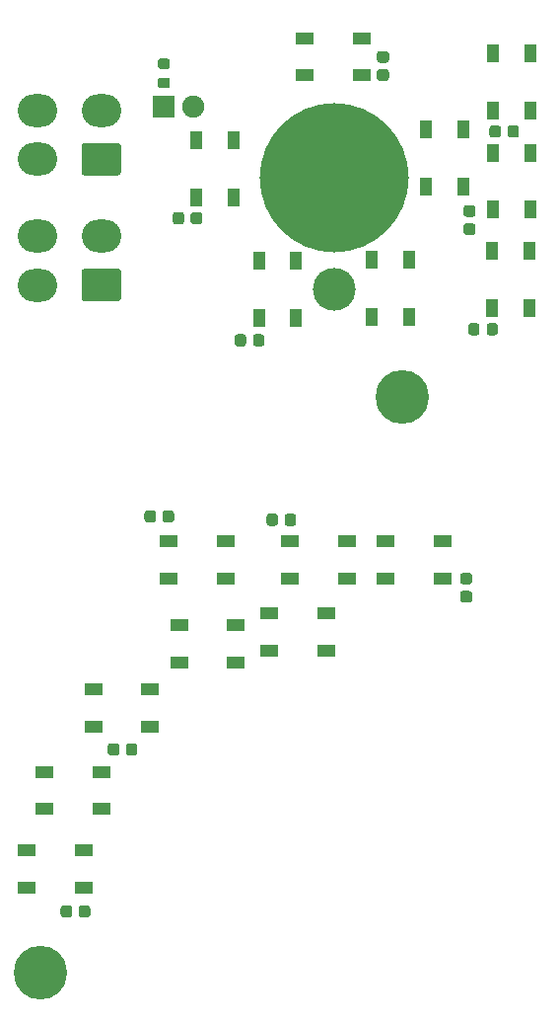
<source format=gbr>
%TF.GenerationSoftware,KiCad,Pcbnew,(5.1.6)-1*%
%TF.CreationDate,2020-12-18T16:59:39+11:00*%
%TF.ProjectId,OBOGS Panel PCB V2,4f424f47-5320-4506-916e-656c20504342,rev?*%
%TF.SameCoordinates,Original*%
%TF.FileFunction,Soldermask,Top*%
%TF.FilePolarity,Negative*%
%FSLAX46Y46*%
G04 Gerber Fmt 4.6, Leading zero omitted, Abs format (unit mm)*
G04 Created by KiCad (PCBNEW (5.1.6)-1) date 2020-12-18 16:59:39*
%MOMM*%
%LPD*%
G01*
G04 APERTURE LIST*
%ADD10O,3.400000X2.800000*%
%ADD11C,3.672000*%
%ADD12C,12.800000*%
%ADD13C,4.600000*%
%ADD14C,1.900000*%
%ADD15R,1.900000X1.900000*%
%ADD16R,1.600000X1.100000*%
%ADD17R,1.100000X1.600000*%
G04 APERTURE END LIST*
%TO.C,C12*%
G36*
G01*
X203347700Y-68548830D02*
X203347700Y-67986330D01*
G75*
G02*
X203591450Y-67742580I243750J0D01*
G01*
X204078950Y-67742580D01*
G75*
G02*
X204322700Y-67986330I0J-243750D01*
G01*
X204322700Y-68548830D01*
G75*
G02*
X204078950Y-68792580I-243750J0D01*
G01*
X203591450Y-68792580D01*
G75*
G02*
X203347700Y-68548830I0J243750D01*
G01*
G37*
G36*
G01*
X201772700Y-68548830D02*
X201772700Y-67986330D01*
G75*
G02*
X202016450Y-67742580I243750J0D01*
G01*
X202503950Y-67742580D01*
G75*
G02*
X202747700Y-67986330I0J-243750D01*
G01*
X202747700Y-68548830D01*
G75*
G02*
X202503950Y-68792580I-243750J0D01*
G01*
X202016450Y-68792580D01*
G75*
G02*
X201772700Y-68548830I0J243750D01*
G01*
G37*
%TD*%
%TO.C,C11*%
G36*
G01*
X183291660Y-69501330D02*
X183291660Y-68938830D01*
G75*
G02*
X183535410Y-68695080I243750J0D01*
G01*
X184022910Y-68695080D01*
G75*
G02*
X184266660Y-68938830I0J-243750D01*
G01*
X184266660Y-69501330D01*
G75*
G02*
X184022910Y-69745080I-243750J0D01*
G01*
X183535410Y-69745080D01*
G75*
G02*
X183291660Y-69501330I0J243750D01*
G01*
G37*
G36*
G01*
X181716660Y-69501330D02*
X181716660Y-68938830D01*
G75*
G02*
X181960410Y-68695080I243750J0D01*
G01*
X182447910Y-68695080D01*
G75*
G02*
X182691660Y-68938830I0J-243750D01*
G01*
X182691660Y-69501330D01*
G75*
G02*
X182447910Y-69745080I-243750J0D01*
G01*
X181960410Y-69745080D01*
G75*
G02*
X181716660Y-69501330I0J243750D01*
G01*
G37*
%TD*%
D10*
%TO.C,J2*%
X164766360Y-60275360D03*
X164766360Y-64475360D03*
X170266360Y-60275360D03*
G36*
G01*
X171707100Y-65875360D02*
X168825620Y-65875360D01*
G75*
G02*
X168566360Y-65616100I0J259260D01*
G01*
X168566360Y-63334620D01*
G75*
G02*
X168825620Y-63075360I259260J0D01*
G01*
X171707100Y-63075360D01*
G75*
G02*
X171966360Y-63334620I0J-259260D01*
G01*
X171966360Y-65616100D01*
G75*
G02*
X171707100Y-65875360I-259260J0D01*
G01*
G37*
%TD*%
%TO.C,J1*%
X164751120Y-49495600D03*
X164751120Y-53695600D03*
X170251120Y-49495600D03*
G36*
G01*
X171691860Y-55095600D02*
X168810380Y-55095600D01*
G75*
G02*
X168551120Y-54836340I0J259260D01*
G01*
X168551120Y-52554860D01*
G75*
G02*
X168810380Y-52295600I259260J0D01*
G01*
X171691860Y-52295600D01*
G75*
G02*
X171951120Y-52554860I0J-259260D01*
G01*
X171951120Y-54836340D01*
G75*
G02*
X171691860Y-55095600I-259260J0D01*
G01*
G37*
%TD*%
D11*
%TO.C,1*%
X190279157Y-64837067D03*
D12*
X190279157Y-55312067D03*
X190279157Y-55312067D03*
%TD*%
D13*
%TO.C,3*%
X165006157Y-123447567D03*
%TD*%
%TO.C,2*%
X196121157Y-74108067D03*
%TD*%
%TO.C,C4*%
G36*
G01*
X204586160Y-51040620D02*
X204586160Y-51590620D01*
G75*
G02*
X204336160Y-51840620I-250000J0D01*
G01*
X203836160Y-51840620D01*
G75*
G02*
X203586160Y-51590620I0J250000D01*
G01*
X203586160Y-51040620D01*
G75*
G02*
X203836160Y-50790620I250000J0D01*
G01*
X204336160Y-50790620D01*
G75*
G02*
X204586160Y-51040620I0J-250000D01*
G01*
G37*
G36*
G01*
X206136160Y-51040620D02*
X206136160Y-51590620D01*
G75*
G02*
X205886160Y-51840620I-250000J0D01*
G01*
X205386160Y-51840620D01*
G75*
G02*
X205136160Y-51590620I0J250000D01*
G01*
X205136160Y-51040620D01*
G75*
G02*
X205386160Y-50790620I250000J0D01*
G01*
X205886160Y-50790620D01*
G75*
G02*
X206136160Y-51040620I0J-250000D01*
G01*
G37*
%TD*%
%TO.C,C8*%
G36*
G01*
X175514380Y-84597920D02*
X175514380Y-84047920D01*
G75*
G02*
X175764380Y-83797920I250000J0D01*
G01*
X176264380Y-83797920D01*
G75*
G02*
X176514380Y-84047920I0J-250000D01*
G01*
X176514380Y-84597920D01*
G75*
G02*
X176264380Y-84847920I-250000J0D01*
G01*
X175764380Y-84847920D01*
G75*
G02*
X175514380Y-84597920I0J250000D01*
G01*
G37*
G36*
G01*
X173964380Y-84597920D02*
X173964380Y-84047920D01*
G75*
G02*
X174214380Y-83797920I250000J0D01*
G01*
X174714380Y-83797920D01*
G75*
G02*
X174964380Y-84047920I0J-250000D01*
G01*
X174964380Y-84597920D01*
G75*
G02*
X174714380Y-84847920I-250000J0D01*
G01*
X174214380Y-84847920D01*
G75*
G02*
X173964380Y-84597920I0J250000D01*
G01*
G37*
%TD*%
%TO.C,R1*%
G36*
G01*
X175935920Y-45951560D02*
X175335920Y-45951560D01*
G75*
G02*
X175110920Y-45726560I0J225000D01*
G01*
X175110920Y-45276560D01*
G75*
G02*
X175335920Y-45051560I225000J0D01*
G01*
X175935920Y-45051560D01*
G75*
G02*
X176160920Y-45276560I0J-225000D01*
G01*
X176160920Y-45726560D01*
G75*
G02*
X175935920Y-45951560I-225000J0D01*
G01*
G37*
G36*
G01*
X175935920Y-47601560D02*
X175335920Y-47601560D01*
G75*
G02*
X175110920Y-47376560I0J225000D01*
G01*
X175110920Y-46926560D01*
G75*
G02*
X175335920Y-46701560I225000J0D01*
G01*
X175935920Y-46701560D01*
G75*
G02*
X176160920Y-46926560I0J-225000D01*
G01*
X176160920Y-47376560D01*
G75*
G02*
X175935920Y-47601560I-225000J0D01*
G01*
G37*
%TD*%
%TO.C,C10*%
G36*
G01*
X168318560Y-118463740D02*
X168318560Y-117913740D01*
G75*
G02*
X168568560Y-117663740I250000J0D01*
G01*
X169068560Y-117663740D01*
G75*
G02*
X169318560Y-117913740I0J-250000D01*
G01*
X169318560Y-118463740D01*
G75*
G02*
X169068560Y-118713740I-250000J0D01*
G01*
X168568560Y-118713740D01*
G75*
G02*
X168318560Y-118463740I0J250000D01*
G01*
G37*
G36*
G01*
X166768560Y-118463740D02*
X166768560Y-117913740D01*
G75*
G02*
X167018560Y-117663740I250000J0D01*
G01*
X167518560Y-117663740D01*
G75*
G02*
X167768560Y-117913740I0J-250000D01*
G01*
X167768560Y-118463740D01*
G75*
G02*
X167518560Y-118713740I-250000J0D01*
G01*
X167018560Y-118713740D01*
G75*
G02*
X166768560Y-118463740I0J250000D01*
G01*
G37*
%TD*%
%TO.C,C9*%
G36*
G01*
X172364780Y-104567400D02*
X172364780Y-104017400D01*
G75*
G02*
X172614780Y-103767400I250000J0D01*
G01*
X173114780Y-103767400D01*
G75*
G02*
X173364780Y-104017400I0J-250000D01*
G01*
X173364780Y-104567400D01*
G75*
G02*
X173114780Y-104817400I-250000J0D01*
G01*
X172614780Y-104817400D01*
G75*
G02*
X172364780Y-104567400I0J250000D01*
G01*
G37*
G36*
G01*
X170814780Y-104567400D02*
X170814780Y-104017400D01*
G75*
G02*
X171064780Y-103767400I250000J0D01*
G01*
X171564780Y-103767400D01*
G75*
G02*
X171814780Y-104017400I0J-250000D01*
G01*
X171814780Y-104567400D01*
G75*
G02*
X171564780Y-104817400I-250000J0D01*
G01*
X171064780Y-104817400D01*
G75*
G02*
X170814780Y-104567400I0J250000D01*
G01*
G37*
%TD*%
%TO.C,C7*%
G36*
G01*
X185994720Y-84882400D02*
X185994720Y-84332400D01*
G75*
G02*
X186244720Y-84082400I250000J0D01*
G01*
X186744720Y-84082400D01*
G75*
G02*
X186994720Y-84332400I0J-250000D01*
G01*
X186994720Y-84882400D01*
G75*
G02*
X186744720Y-85132400I-250000J0D01*
G01*
X186244720Y-85132400D01*
G75*
G02*
X185994720Y-84882400I0J250000D01*
G01*
G37*
G36*
G01*
X184444720Y-84882400D02*
X184444720Y-84332400D01*
G75*
G02*
X184694720Y-84082400I250000J0D01*
G01*
X185194720Y-84082400D01*
G75*
G02*
X185444720Y-84332400I0J-250000D01*
G01*
X185444720Y-84882400D01*
G75*
G02*
X185194720Y-85132400I-250000J0D01*
G01*
X184694720Y-85132400D01*
G75*
G02*
X184444720Y-84882400I0J250000D01*
G01*
G37*
%TD*%
%TO.C,C6*%
G36*
G01*
X201877340Y-90151840D02*
X201327340Y-90151840D01*
G75*
G02*
X201077340Y-89901840I0J250000D01*
G01*
X201077340Y-89401840D01*
G75*
G02*
X201327340Y-89151840I250000J0D01*
G01*
X201877340Y-89151840D01*
G75*
G02*
X202127340Y-89401840I0J-250000D01*
G01*
X202127340Y-89901840D01*
G75*
G02*
X201877340Y-90151840I-250000J0D01*
G01*
G37*
G36*
G01*
X201877340Y-91701840D02*
X201327340Y-91701840D01*
G75*
G02*
X201077340Y-91451840I0J250000D01*
G01*
X201077340Y-90951840D01*
G75*
G02*
X201327340Y-90701840I250000J0D01*
G01*
X201877340Y-90701840D01*
G75*
G02*
X202127340Y-90951840I0J-250000D01*
G01*
X202127340Y-91451840D01*
G75*
G02*
X201877340Y-91701840I-250000J0D01*
G01*
G37*
%TD*%
%TO.C,C5*%
G36*
G01*
X194172160Y-45969900D02*
X194722160Y-45969900D01*
G75*
G02*
X194972160Y-46219900I0J-250000D01*
G01*
X194972160Y-46719900D01*
G75*
G02*
X194722160Y-46969900I-250000J0D01*
G01*
X194172160Y-46969900D01*
G75*
G02*
X193922160Y-46719900I0J250000D01*
G01*
X193922160Y-46219900D01*
G75*
G02*
X194172160Y-45969900I250000J0D01*
G01*
G37*
G36*
G01*
X194172160Y-44419900D02*
X194722160Y-44419900D01*
G75*
G02*
X194972160Y-44669900I0J-250000D01*
G01*
X194972160Y-45169900D01*
G75*
G02*
X194722160Y-45419900I-250000J0D01*
G01*
X194172160Y-45419900D01*
G75*
G02*
X193922160Y-45169900I0J250000D01*
G01*
X193922160Y-44669900D01*
G75*
G02*
X194172160Y-44419900I250000J0D01*
G01*
G37*
%TD*%
%TO.C,C3*%
G36*
G01*
X202156740Y-58634920D02*
X201606740Y-58634920D01*
G75*
G02*
X201356740Y-58384920I0J250000D01*
G01*
X201356740Y-57884920D01*
G75*
G02*
X201606740Y-57634920I250000J0D01*
G01*
X202156740Y-57634920D01*
G75*
G02*
X202406740Y-57884920I0J-250000D01*
G01*
X202406740Y-58384920D01*
G75*
G02*
X202156740Y-58634920I-250000J0D01*
G01*
G37*
G36*
G01*
X202156740Y-60184920D02*
X201606740Y-60184920D01*
G75*
G02*
X201356740Y-59934920I0J250000D01*
G01*
X201356740Y-59434920D01*
G75*
G02*
X201606740Y-59184920I250000J0D01*
G01*
X202156740Y-59184920D01*
G75*
G02*
X202406740Y-59434920I0J-250000D01*
G01*
X202406740Y-59934920D01*
G75*
G02*
X202156740Y-60184920I-250000J0D01*
G01*
G37*
%TD*%
%TO.C,C2*%
G36*
G01*
X177935300Y-59022660D02*
X177935300Y-58472660D01*
G75*
G02*
X178185300Y-58222660I250000J0D01*
G01*
X178685300Y-58222660D01*
G75*
G02*
X178935300Y-58472660I0J-250000D01*
G01*
X178935300Y-59022660D01*
G75*
G02*
X178685300Y-59272660I-250000J0D01*
G01*
X178185300Y-59272660D01*
G75*
G02*
X177935300Y-59022660I0J250000D01*
G01*
G37*
G36*
G01*
X176385300Y-59022660D02*
X176385300Y-58472660D01*
G75*
G02*
X176635300Y-58222660I250000J0D01*
G01*
X177135300Y-58222660D01*
G75*
G02*
X177385300Y-58472660I0J-250000D01*
G01*
X177385300Y-59022660D01*
G75*
G02*
X177135300Y-59272660I-250000J0D01*
G01*
X176635300Y-59272660D01*
G75*
G02*
X176385300Y-59022660I0J250000D01*
G01*
G37*
%TD*%
D14*
%TO.C,D17*%
X178153060Y-49209960D03*
D15*
X175613060Y-49209960D03*
%TD*%
D16*
%TO.C,D16*%
X163881000Y-112928000D03*
X163881000Y-116128000D03*
X168781000Y-112928000D03*
X168781000Y-116128000D03*
%TD*%
%TO.C,D15*%
X165382000Y-106223000D03*
X165382000Y-109423000D03*
X170282000Y-106223000D03*
X170282000Y-109423000D03*
%TD*%
%TO.C,D14*%
X169570000Y-99162000D03*
X169570000Y-102362000D03*
X174470000Y-99162000D03*
X174470000Y-102362000D03*
%TD*%
%TO.C,D13*%
X176936000Y-93624400D03*
X176936000Y-96824400D03*
X181836000Y-93624400D03*
X181836000Y-96824400D03*
%TD*%
%TO.C,D12*%
X184709000Y-92659200D03*
X184709000Y-95859200D03*
X189609000Y-92659200D03*
X189609000Y-95859200D03*
%TD*%
%TO.C,D11*%
X194666000Y-86461600D03*
X194666000Y-89661600D03*
X199566000Y-86461600D03*
X199566000Y-89661600D03*
%TD*%
%TO.C,D10*%
X191387000Y-89661600D03*
X191387000Y-86461600D03*
X186487000Y-89661600D03*
X186487000Y-86461600D03*
%TD*%
%TO.C,D9*%
X180922000Y-89661600D03*
X180922000Y-86461600D03*
X176022000Y-89661600D03*
X176022000Y-86461600D03*
%TD*%
D17*
%TO.C,D8*%
X207035000Y-61558000D03*
X203835000Y-61558000D03*
X207035000Y-66458000D03*
X203835000Y-66458000D03*
%TD*%
%TO.C,D7*%
X196698000Y-62280800D03*
X193498000Y-62280800D03*
X196698000Y-67180800D03*
X193498000Y-67180800D03*
%TD*%
%TO.C,D6*%
X186995000Y-62433200D03*
X183795000Y-62433200D03*
X186995000Y-67333200D03*
X183795000Y-67333200D03*
%TD*%
%TO.C,D5*%
X207137000Y-53125200D03*
X203937000Y-53125200D03*
X207137000Y-58025200D03*
X203937000Y-58025200D03*
%TD*%
%TO.C,D4*%
X201346000Y-51144000D03*
X198146000Y-51144000D03*
X201346000Y-56044000D03*
X198146000Y-56044000D03*
%TD*%
%TO.C,D3*%
X181635000Y-52058400D03*
X178435000Y-52058400D03*
X181635000Y-56958400D03*
X178435000Y-56958400D03*
%TD*%
%TO.C,D2*%
X207112000Y-44602400D03*
X203912000Y-44602400D03*
X207112000Y-49502400D03*
X203912000Y-49502400D03*
%TD*%
D16*
%TO.C,D1*%
X187694000Y-43307200D03*
X187694000Y-46507200D03*
X192594000Y-43307200D03*
X192594000Y-46507200D03*
%TD*%
M02*

</source>
